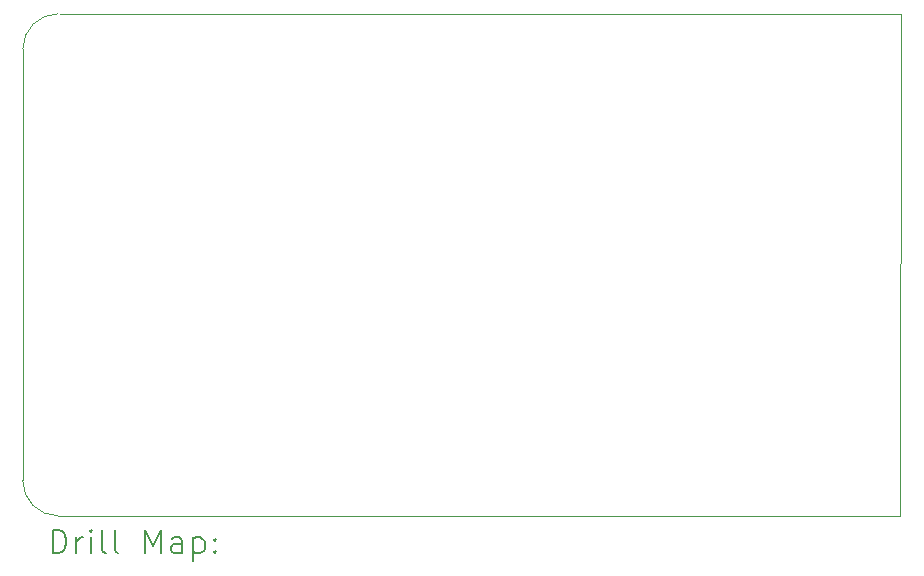
<source format=gbr>
%TF.GenerationSoftware,KiCad,Pcbnew,7.0.9*%
%TF.CreationDate,2023-12-28T11:44:17-05:00*%
%TF.ProjectId,PedalboardMain,50656461-6c62-46f6-9172-644d61696e2e,rev?*%
%TF.SameCoordinates,Original*%
%TF.FileFunction,Drillmap*%
%TF.FilePolarity,Positive*%
%FSLAX45Y45*%
G04 Gerber Fmt 4.5, Leading zero omitted, Abs format (unit mm)*
G04 Created by KiCad (PCBNEW 7.0.9) date 2023-12-28 11:44:17*
%MOMM*%
%LPD*%
G01*
G04 APERTURE LIST*
%ADD10C,0.100000*%
%ADD11C,0.200000*%
G04 APERTURE END LIST*
D10*
X18500000Y-12000000D02*
X11375000Y-12001040D01*
X11375000Y-7750000D02*
G75*
G03*
X11075000Y-8050000I0J-300000D01*
G01*
X18512500Y-7750000D02*
X18500000Y-12000000D01*
X11387500Y-7750000D02*
X18512500Y-7750000D01*
X11073960Y-11700000D02*
G75*
G03*
X11375000Y-12001040I301040J0D01*
G01*
X11073960Y-11700000D02*
X11075000Y-8050000D01*
D11*
X11329737Y-12317524D02*
X11329737Y-12117524D01*
X11329737Y-12117524D02*
X11377356Y-12117524D01*
X11377356Y-12117524D02*
X11405927Y-12127047D01*
X11405927Y-12127047D02*
X11424975Y-12146095D01*
X11424975Y-12146095D02*
X11434499Y-12165143D01*
X11434499Y-12165143D02*
X11444023Y-12203238D01*
X11444023Y-12203238D02*
X11444023Y-12231809D01*
X11444023Y-12231809D02*
X11434499Y-12269904D01*
X11434499Y-12269904D02*
X11424975Y-12288952D01*
X11424975Y-12288952D02*
X11405927Y-12308000D01*
X11405927Y-12308000D02*
X11377356Y-12317524D01*
X11377356Y-12317524D02*
X11329737Y-12317524D01*
X11529737Y-12317524D02*
X11529737Y-12184190D01*
X11529737Y-12222285D02*
X11539261Y-12203238D01*
X11539261Y-12203238D02*
X11548785Y-12193714D01*
X11548785Y-12193714D02*
X11567832Y-12184190D01*
X11567832Y-12184190D02*
X11586880Y-12184190D01*
X11653546Y-12317524D02*
X11653546Y-12184190D01*
X11653546Y-12117524D02*
X11644023Y-12127047D01*
X11644023Y-12127047D02*
X11653546Y-12136571D01*
X11653546Y-12136571D02*
X11663070Y-12127047D01*
X11663070Y-12127047D02*
X11653546Y-12117524D01*
X11653546Y-12117524D02*
X11653546Y-12136571D01*
X11777356Y-12317524D02*
X11758308Y-12308000D01*
X11758308Y-12308000D02*
X11748785Y-12288952D01*
X11748785Y-12288952D02*
X11748785Y-12117524D01*
X11882118Y-12317524D02*
X11863070Y-12308000D01*
X11863070Y-12308000D02*
X11853546Y-12288952D01*
X11853546Y-12288952D02*
X11853546Y-12117524D01*
X12110689Y-12317524D02*
X12110689Y-12117524D01*
X12110689Y-12117524D02*
X12177356Y-12260381D01*
X12177356Y-12260381D02*
X12244023Y-12117524D01*
X12244023Y-12117524D02*
X12244023Y-12317524D01*
X12424975Y-12317524D02*
X12424975Y-12212762D01*
X12424975Y-12212762D02*
X12415451Y-12193714D01*
X12415451Y-12193714D02*
X12396404Y-12184190D01*
X12396404Y-12184190D02*
X12358308Y-12184190D01*
X12358308Y-12184190D02*
X12339261Y-12193714D01*
X12424975Y-12308000D02*
X12405927Y-12317524D01*
X12405927Y-12317524D02*
X12358308Y-12317524D01*
X12358308Y-12317524D02*
X12339261Y-12308000D01*
X12339261Y-12308000D02*
X12329737Y-12288952D01*
X12329737Y-12288952D02*
X12329737Y-12269904D01*
X12329737Y-12269904D02*
X12339261Y-12250857D01*
X12339261Y-12250857D02*
X12358308Y-12241333D01*
X12358308Y-12241333D02*
X12405927Y-12241333D01*
X12405927Y-12241333D02*
X12424975Y-12231809D01*
X12520213Y-12184190D02*
X12520213Y-12384190D01*
X12520213Y-12193714D02*
X12539261Y-12184190D01*
X12539261Y-12184190D02*
X12577356Y-12184190D01*
X12577356Y-12184190D02*
X12596404Y-12193714D01*
X12596404Y-12193714D02*
X12605927Y-12203238D01*
X12605927Y-12203238D02*
X12615451Y-12222285D01*
X12615451Y-12222285D02*
X12615451Y-12279428D01*
X12615451Y-12279428D02*
X12605927Y-12298476D01*
X12605927Y-12298476D02*
X12596404Y-12308000D01*
X12596404Y-12308000D02*
X12577356Y-12317524D01*
X12577356Y-12317524D02*
X12539261Y-12317524D01*
X12539261Y-12317524D02*
X12520213Y-12308000D01*
X12701166Y-12298476D02*
X12710689Y-12308000D01*
X12710689Y-12308000D02*
X12701166Y-12317524D01*
X12701166Y-12317524D02*
X12691642Y-12308000D01*
X12691642Y-12308000D02*
X12701166Y-12298476D01*
X12701166Y-12298476D02*
X12701166Y-12317524D01*
X12701166Y-12193714D02*
X12710689Y-12203238D01*
X12710689Y-12203238D02*
X12701166Y-12212762D01*
X12701166Y-12212762D02*
X12691642Y-12203238D01*
X12691642Y-12203238D02*
X12701166Y-12193714D01*
X12701166Y-12193714D02*
X12701166Y-12212762D01*
M02*

</source>
